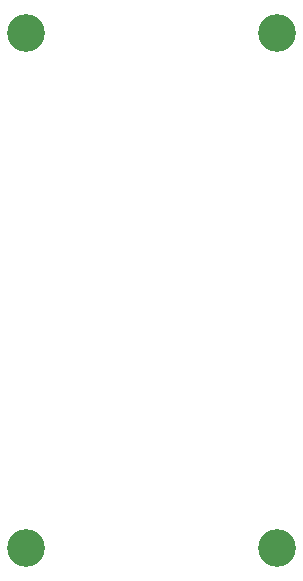
<source format=gbr>
%TF.GenerationSoftware,KiCad,Pcbnew,5.1.5+dfsg1-2~bpo10+1*%
%TF.CreationDate,2020-10-10T09:04:37+00:00*%
%TF.ProjectId,CO2,434f322e-6b69-4636-9164-5f7063625858,rev?*%
%TF.SameCoordinates,Original*%
%TF.FileFunction,NonPlated,1,2,NPTH,Drill*%
%TF.FilePolarity,Positive*%
%FSLAX46Y46*%
G04 Gerber Fmt 4.6, Leading zero omitted, Abs format (unit mm)*
G04 Created by KiCad (PCBNEW 5.1.5+dfsg1-2~bpo10+1) date 2020-10-10 09:04:37*
%MOMM*%
%LPD*%
G04 APERTURE LIST*
%TA.AperFunction,ComponentDrill*%
%ADD10C,3.200000*%
%TD*%
G04 APERTURE END LIST*
D10*
%TO.C,U1*%
X860000Y4250000D03*
X860000Y-39380000D03*
X22060000Y-39380000D03*
X22110000Y4250000D03*
M02*

</source>
